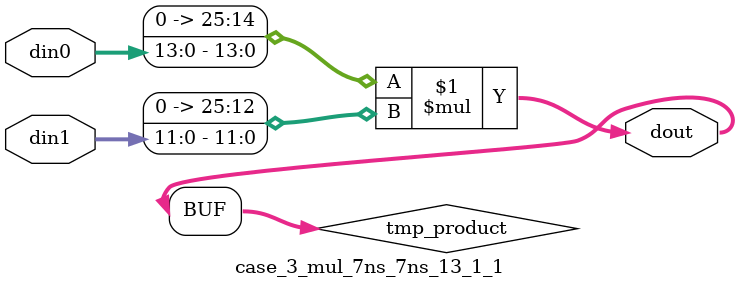
<source format=v>

`timescale 1 ns / 1 ps

 (* use_dsp = "no" *)  module case_3_mul_7ns_7ns_13_1_1(din0, din1, dout);
parameter ID = 1;
parameter NUM_STAGE = 0;
parameter din0_WIDTH = 14;
parameter din1_WIDTH = 12;
parameter dout_WIDTH = 26;

input [din0_WIDTH - 1 : 0] din0; 
input [din1_WIDTH - 1 : 0] din1; 
output [dout_WIDTH - 1 : 0] dout;

wire signed [dout_WIDTH - 1 : 0] tmp_product;
























assign tmp_product = $signed({1'b0, din0}) * $signed({1'b0, din1});











assign dout = tmp_product;





















endmodule

</source>
